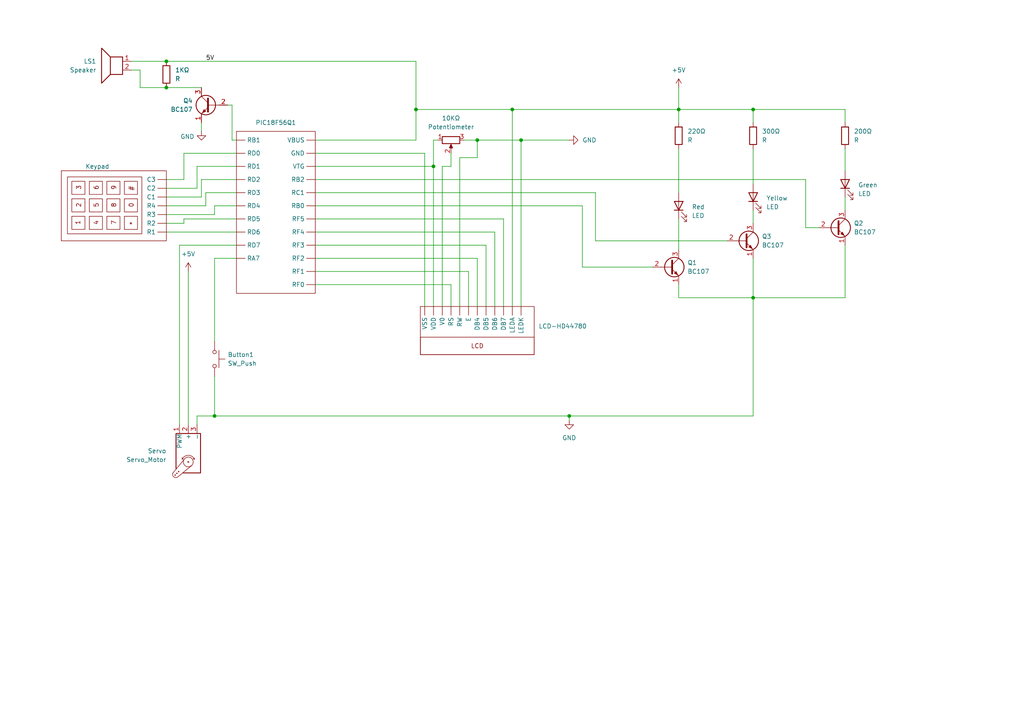
<source format=kicad_sch>
(kicad_sch (version 20250114) (generator "eeschema") (generator_version "9.0")
  (paper "A4")
  (title_block (title "EGR 227 - Final Lab") (date "2025-11-14") (rev "Version 1") (company "Tegran Grigorian"))
  (lib_symbols
    (symbol "Device:LED" (pin_numbers (hide yes)) (pin_names (offset 1.016) (hide yes))
      (property "Reference" "D" (at 0 2.54 0))
      (property "Value" "LED" (at 0 -2.54 0))
      (symbol "LED_0_1"
        (polyline (pts (xy -3.048 -0.762) (xy -4.572 -2.286) (xy -3.81 -2.286) (xy -4.572 -2.286) (xy -4.572 -1.524)))
        (polyline (pts (xy -1.778 -0.762) (xy -3.302 -2.286) (xy -2.54 -2.286) (xy -3.302 -2.286) (xy -3.302 -1.524)))
        (polyline (pts (xy -1.27 0) (xy 1.27 0)))
        (polyline (pts (xy -1.27 -1.27) (xy -1.27 1.27)) (stroke (width 0.254)))
        (polyline (pts (xy 1.27 -1.27) (xy 1.27 1.27) (xy -1.27 0) (xy 1.27 -1.27)) (stroke (width 0.254)))
      )
      (symbol "LED_1_1"
        (pin passive line (at -3.81 0 0) (length 2.54) (name "K") (number "1"))
        (pin passive line (at 3.81 0 180) (length 2.54) (name "A") (number "2"))
      )
    )
    (symbol "Device:R" (pin_numbers (hide yes)) (pin_names (offset 0))
      (property "Reference" "R" (at 2.032 0 90))
      (property "Value" "R" (at 0 0 90))
      (symbol "R_0_1"
        (rectangle (start -1.016 -2.54) (end 1.016 2.54) (stroke (width 0.254)))
      )
      (symbol "R_1_1"
        (pin passive line (at 0 3.81 270) (length 1.27) (name "~") (number "1"))
        (pin passive line (at 0 -3.81 90) (length 1.27) (name "~") (number "2"))
      )
    )
    (symbol "Device:R_Potentiometer" (pin_names (offset 1.016) (hide yes))
      (property "Reference" "RV" (at -4.445 0 90))
      (property "Value" "R_Potentiometer" (at -2.54 0 90))
      (symbol "R_Potentiometer_0_1"
        (rectangle (start 1.016 2.54) (end -1.016 -2.54) (stroke (width 0.254)))
        (polyline (pts (xy 1.143 0) (xy 2.286 0.508) (xy 2.286 -0.508) (xy 1.143 0)) (fill (type outline)))
        (polyline (pts (xy 2.54 0) (xy 1.524 0)))
      )
      (symbol "R_Potentiometer_1_1"
        (pin passive line (at 0 3.81 270) (length 1.27) (name "1") (number "1"))
        (pin passive line (at 0 -3.81 90) (length 1.27) (name "3") (number "3"))
        (pin passive line (at 3.81 0 180) (length 1.27) (name "2") (number "2"))
      )
    )
    (symbol "Device:Speaker" (pin_names (offset 0) (hide yes))
      (property "Reference" "LS" (at 1.27 5.715 0))
      (property "Value" "Speaker" (at 1.27 3.81 0))
      (symbol "Speaker_0_0"
        (rectangle (start -2.54 1.27) (end 1.016 -3.81) (stroke (width 0.254)))
        (polyline (pts (xy 1.016 1.27) (xy 3.556 3.81) (xy 3.556 -6.35) (xy 1.016 -3.81)) (stroke (width 0.254)))
      )
      (symbol "Speaker_1_1"
        (pin input line (at -5.08 0 0) (length 2.54) (name "1") (number "1"))
        (pin input line (at -5.08 -2.54 0) (length 2.54) (name "2") (number "2"))
      )
    )
    (symbol "LCD:HD44780"
      (property "Reference" "U" (at 0 0 0))
      (symbol "HD44780_0_1"
        (rectangle (start -13.97 10.16) (end 19.05 -3.81))
      )
      (symbol "HD44780_1_1"
        (text_box "LCD" (at 19.05 -3.81 0) (size -33.02 5.08) (margins 1.016 1.016 1.016 1.016) (effects (font (size 1.27 1.27))))
        (pin output line (at -12.7 10.16 270) (length 2.54) (name "VSS") (number ""))
        (pin output line (at -10.16 10.16 270) (length 2.54) (name "VDD") (number ""))
        (pin output line (at -7.62 10.16 270) (length 2.54) (name "V0") (number ""))
        (pin output line (at -5.08 10.16 270) (length 2.54) (name "RS") (number ""))
        (pin output line (at -2.54 10.16 270) (length 2.54) (name "RW") (number ""))
        (pin output line (at 0 10.16 270) (length 2.54) (name "E") (number ""))
        (pin output line (at 2.54 10.16 270) (length 2.54) (name "DB4") (number ""))
        (pin output line (at 5.08 10.16 270) (length 2.54) (name "DB5") (number ""))
        (pin output line (at 7.62 10.16 270) (length 2.54) (name "DB6") (number ""))
        (pin output line (at 10.16 10.16 270) (length 2.54) (name "DB7") (number ""))
        (pin output line (at 12.7 10.16 270) (length 2.54) (name "LEDA") (number ""))
        (pin output line (at 15.24 10.16 270) (length 2.54) (name "LEDK") (number ""))
      )
    )
    (symbol "LCD:PIC"
      (property "Reference" "PIC18F56Q71" (at 0 27.178 0))
      (symbol "PIC_0_1"
        (rectangle (start -11.43 25.4) (end 11.43 -21.59))
      )
      (symbol "PIC_1_1"
        (pin output line (at -11.43 22.86 0) (length 2.54) (name "RB1") (number ""))
        (pin output line (at -11.43 19.05 0) (length 2.54) (name "RD0") (number ""))
        (pin output line (at -11.43 15.24 0) (length 2.54) (name "RD1") (number ""))
        (pin output line (at -11.43 11.43 0) (length 2.54) (name "RD2") (number ""))
        (pin output line (at -11.43 7.62 0) (length 2.54) (name "RD3") (number ""))
        (pin output line (at -11.43 3.81 0) (length 2.54) (name "RD4") (number ""))
        (pin output line (at -11.43 0 0) (length 2.54) (name "RD5") (number ""))
        (pin output line (at -11.43 -3.81 0) (length 2.54) (name "RD6") (number ""))
        (pin output line (at -11.43 -7.62 0) (length 2.54) (name "RD7") (number ""))
        (pin output line (at -11.43 -11.43 0) (length 2.54) (name "RA7") (number ""))
        (pin output line (at 11.43 22.86 180) (length 2.54) (name "VBUS") (number ""))
        (pin output line (at 11.43 19.05 180) (length 2.54) (name "GND") (number ""))
        (pin output line (at 11.43 15.24 180) (length 2.54) (name "VTG") (number ""))
        (pin output line (at 11.43 11.43 180) (length 2.54) (name "RB2") (number ""))
        (pin output line (at 11.43 7.62 180) (length 2.54) (name "RC1") (number ""))
        (pin output line (at 11.43 3.81 180) (length 2.54) (name "RB0") (number ""))
        (pin output line (at 11.43 0 180) (length 2.54) (name "RF5") (number ""))
        (pin output line (at 11.43 -3.81 180) (length 2.54) (name "RF4") (number ""))
        (pin output line (at 11.43 -7.62 180) (length 2.54) (name "RF3") (number ""))
        (pin output line (at 11.43 -11.43 180) (length 2.54) (name "RF2") (number ""))
        (pin output line (at 11.43 -15.24 180) (length 2.54) (name "RF1") (number ""))
        (pin output line (at 11.43 -19.05 180) (length 2.54) (name "RF0") (number ""))
      )
    )
    (symbol "Motor:Motor_Servo" (pin_names (offset 0.0254))
      (property "Reference" "M" (at -5.08 4.445 0))
      (property "Value" "Motor_Servo" (at -5.08 -4.064 0))
      (symbol "Motor_Servo_0_1"
        (polyline (pts (xy 2.413 1.778) (xy 1.905 1.778)))
        (polyline (pts (xy 2.413 1.778) (xy 2.286 1.397)))
        (polyline (pts (xy 2.413 -1.778) (xy 2.032 -1.778)))
        (polyline (pts (xy 2.413 -1.778) (xy 2.286 -1.397)))
        (arc (start 2.413 -1.778) (mid 1.2406 0) (end 2.413 1.778))
        (circle (center 3.175 0) (radius 0.1778))
        (circle (center 3.175 0) (radius 1.4224))
        (polyline (pts (xy 5.08 3.556) (xy -5.08 3.556) (xy -5.08 -3.556) (xy 6.35 -3.556) (xy 6.35 1.524)) (stroke (width 0.254)))
        (circle (center 5.969 2.794) (radius 0.127))
        (polyline (pts (xy 6.35 4.445) (xy 2.54 1.27)))
        (circle (center 6.477 3.302) (radius 0.127))
        (arc (start 6.35 4.445) (mid 7.4487 4.2737) (end 7.62 3.175))
        (circle (center 6.985 3.81) (radius 0.127))
        (polyline (pts (xy 7.62 3.175) (xy 4.191 -1.016)))
      )
      (symbol "Motor_Servo_1_1"
        (pin passive line (at -7.62 2.54 0) (length 2.54) (name "PWM") (number "1"))
        (pin passive line (at -7.62 0 0) (length 2.54) (name "+") (number "2"))
        (pin passive line (at -7.62 -2.54 0) (length 2.54) (name "-") (number "3"))
      )
    )
    (symbol "Switch:SW_Push" (pin_numbers (hide yes)) (pin_names (offset 1.016) (hide yes))
      (property "Reference" "SW" (at 1.27 2.54 0))
      (property "Value" "SW_Push" (at 0 -1.524 0))
      (symbol "SW_Push_0_1"
        (circle (center -2.032 0) (radius 0.508))
        (polyline (pts (xy 0 1.27) (xy 0 3.048)))
        (circle (center 2.032 0) (radius 0.508))
        (polyline (pts (xy 2.54 1.27) (xy -2.54 1.27)))
        (pin passive line (at -5.08 0 0) (length 2.54) (name "1") (number "1"))
        (pin passive line (at 5.08 0 180) (length 2.54) (name "2") (number "2"))
      )
    )
    (symbol "Transistor_BJT:BC107" (pin_names (offset 0) (hide yes))
      (property "Reference" "Q" (at 5.08 1.905 0))
      (property "Value" "BC107" (at 5.08 0 0))
      (symbol "BC107_0_1"
        (polyline (pts (xy -2.54 0) (xy 0.635 0)))
        (polyline (pts (xy 0.635 1.905) (xy 0.635 -1.905)) (stroke (width 0.508)))
        (circle (center 1.27 0) (radius 2.8194) (stroke (width 0.254)))
      )
      (symbol "BC107_1_1"
        (polyline (pts (xy 0.635 0.635) (xy 2.54 2.54)))
        (polyline (pts (xy 0.635 -0.635) (xy 2.54 -2.54)))
        (polyline (pts (xy 1.27 -1.778) (xy 1.778 -1.27) (xy 2.286 -2.286) (xy 1.27 -1.778)) (fill (type outline)))
        (pin input line (at -5.08 0 0) (length 2.54) (name "B") (number "2"))
        (pin passive line (at 2.54 5.08 270) (length 2.54) (name "C") (number "3"))
        (pin passive line (at 2.54 -5.08 90) (length 2.54) (name "E") (number "1"))
      )
    )
    (symbol "keypad:keypad_microcontroller"
      (property "Reference" "U" (at 0 7.366 0))
      (symbol "keypad_microcontroller_0_1"
        (rectangle (start -8.89 8.89) (end 11.43 -21.59))
        (rectangle (start -6.858 7.112) (end 9.652 -14.478))
        (rectangle (start -5.588 5.842) (end -1.778 2.032))
        (rectangle (start -5.588 0.762) (end -1.778 -3.048))
        (rectangle (start -5.588 -4.318) (end -1.778 -8.128))
        (rectangle (start -5.588 -9.398) (end -1.778 -13.208))
        (rectangle (start -0.508 5.842) (end 3.302 2.032))
        (rectangle (start -0.508 0.762) (end 3.302 -3.048))
        (rectangle (start -0.508 -4.318) (end 3.302 -8.128))
        (rectangle (start -0.508 -9.398) (end 3.302 -13.208))
        (rectangle (start 4.572 5.842) (end 8.382 2.032))
        (rectangle (start 4.572 0.762) (end 8.382 -3.048))
        (rectangle (start 4.572 -4.318) (end 8.382 -8.128))
        (rectangle (start 4.572 -9.398) (end 8.382 -13.208))
      )
      (symbol "keypad_microcontroller_1_1"
        (text "*" (at -3.81 -11.684 0) (effects (font (size 1.27 1.27))))
        (text "1" (at -3.556 4.064 0) (effects (font (size 1.27 1.27))))
        (text "4" (at -3.556 -1.27 0) (effects (font (size 1.27 1.27))))
        (text "7\n" (at -3.556 -6.35 0) (effects (font (size 1.27 1.27))))
        (text "2" (at 1.524 3.81 0) (effects (font (size 1.27 1.27))))
        (text "5" (at 1.524 -1.27 0) (effects (font (size 1.27 1.27))))
        (text "8" (at 1.524 -6.35 0) (effects (font (size 1.27 1.27))))
        (text "0\n" (at 1.524 -11.43 0) (effects (font (size 1.27 1.27))))
        (text "#" (at 6.35 -11.43 0) (effects (font (size 1.27 1.27))))
        (text "3" (at 6.604 3.81 0) (effects (font (size 1.27 1.27))))
        (text "6" (at 6.604 -1.27 0) (effects (font (size 1.27 1.27))))
        (text "9\n" (at 6.604 -6.35 0) (effects (font (size 1.27 1.27))))
        (pin output line (at -6.35 -21.59 90) (length 2.54) (name "R1") (number ""))
        (pin output line (at -3.81 -21.59 90) (length 2.54) (name "R2") (number ""))
        (pin output line (at -1.27 -21.59 90) (length 2.54) (name "R3") (number ""))
        (pin output line (at 1.27 -21.59 90) (length 2.54) (name "R4") (number ""))
        (pin output line (at 3.81 -21.59 90) (length 2.54) (name "C1") (number ""))
        (pin output line (at 6.35 -21.59 90) (length 2.54) (name "C2") (number ""))
        (pin output line (at 8.89 -21.59 90) (length 2.54) (name "C3") (number ""))
      )
    )
    (symbol "power:+5V" (power) (pin_numbers (hide yes)) (pin_names (offset 0) (hide yes))
      (property "Value" "+5V" (at 0 3.556 0))
      (symbol "+5V_0_1"
        (polyline (pts (xy -0.762 1.27) (xy 0 2.54)))
        (polyline (pts (xy 0 2.54) (xy 0.762 1.27)))
        (polyline (pts (xy 0 0) (xy 0 2.54)))
      )
      (symbol "+5V_1_1"
        (pin power_in line (at 0 0 90) (length 0) (name "~") (number "1"))
      )
    )
    (symbol "power:GND" (power) (pin_numbers (hide yes)) (pin_names (offset 0) (hide yes))
      (property "Value" "GND" (at 0 -3.81 0))
      (symbol "GND_0_1"
        (polyline (pts (xy 0 0) (xy 0 -1.27) (xy 1.27 -1.27) (xy 0 -2.54) (xy -1.27 -1.27) (xy 0 -1.27)))
      )
      (symbol "GND_1_1"
        (pin power_in line (at 0 0 270) (length 0) (name "~") (number "1"))
      )
    )
  )
  (junction (at 138.43 40.64))
  (junction (at 218.44 31.75))
  (junction (at 125.73 48.26))
  (junction (at 48.26 25.4))
  (junction (at 196.85 31.75))
  (junction (at 165.1 120.65))
  (junction (at 48.26 17.78))
  (junction (at 218.44 86.36))
  (junction (at 151.13 40.64))
  (junction (at 120.65 31.75))
  (junction (at 148.59 31.75))
  (junction (at 62.23 120.65))
  (wire (pts (xy 67.31 30.48) (xy 67.31 40.64)))
  (wire (pts (xy 151.13 40.64) (xy 165.1 40.64)))
  (wire (pts (xy 130.81 48.26) (xy 130.81 44.45)))
  (wire (pts (xy 148.59 31.75) (xy 196.85 31.75)))
  (wire (pts (xy 48.26 57.15) (xy 58.42 57.15)))
  (wire (pts (xy 57.15 48.26) (xy 68.58 48.26)))
  (wire (pts (xy 218.44 43.18) (xy 218.44 53.34)))
  (wire (pts (xy 48.26 67.31) (xy 68.58 67.31)))
  (wire (pts (xy 138.43 45.72) (xy 138.43 40.64)))
  (wire (pts (xy 54.61 78.74) (xy 54.61 123.19)))
  (wire (pts (xy 53.34 52.07) (xy 53.34 44.45)))
  (wire (pts (xy 218.44 86.36) (xy 218.44 120.65)))
  (wire (pts (xy 58.42 52.07) (xy 68.58 52.07)))
  (wire (pts (xy 38.1 20.32) (xy 40.64 20.32)))
  (wire (pts (xy 91.44 40.64) (xy 120.65 40.64)))
  (wire (pts (xy 218.44 31.75) (xy 245.11 31.75)))
  (wire (pts (xy 120.65 31.75) (xy 120.65 17.78)))
  (wire (pts (xy 245.11 86.36) (xy 218.44 86.36)))
  (wire (pts (xy 91.44 52.07) (xy 233.68 52.07)))
  (wire (pts (xy 133.35 88.9) (xy 133.35 45.72)))
  (wire (pts (xy 62.23 74.93) (xy 62.23 99.06)))
  (wire (pts (xy 62.23 59.69) (xy 68.58 59.69)))
  (wire (pts (xy 91.44 78.74) (xy 135.89 78.74)))
  (wire (pts (xy 57.15 54.61) (xy 57.15 48.26)))
  (wire (pts (xy 218.44 60.96) (xy 218.44 64.77)))
  (wire (pts (xy 130.81 82.55) (xy 91.44 82.55)))
  (wire (pts (xy 52.07 123.19) (xy 52.07 71.12)))
  (wire (pts (xy 143.51 88.9) (xy 143.51 67.31)))
  (wire (pts (xy 133.35 45.72) (xy 138.43 45.72)))
  (wire (pts (xy 125.73 40.64) (xy 125.73 48.26)))
  (wire (pts (xy 48.26 59.69) (xy 59.69 59.69)))
  (wire (pts (xy 134.62 40.64) (xy 138.43 40.64)))
  (wire (pts (xy 125.73 48.26) (xy 125.73 88.9)))
  (wire (pts (xy 245.11 31.75) (xy 245.11 35.56)))
  (wire (pts (xy 53.34 44.45) (xy 68.58 44.45)))
  (wire (pts (xy 68.58 74.93) (xy 62.23 74.93)))
  (wire (pts (xy 138.43 88.9) (xy 138.43 74.93)))
  (wire (pts (xy 140.97 71.12) (xy 140.97 88.9)))
  (wire (pts (xy 48.26 25.4) (xy 58.42 25.4)))
  (wire (pts (xy 62.23 120.65) (xy 62.23 109.22)))
  (wire (pts (xy 53.34 63.5) (xy 53.34 64.77)))
  (wire (pts (xy 53.34 64.77) (xy 48.26 64.77)))
  (wire (pts (xy 196.85 63.5) (xy 196.85 72.39)))
  (wire (pts (xy 58.42 35.56) (xy 58.42 38.1)))
  (wire (pts (xy 245.11 57.15) (xy 245.11 60.96)))
  (wire (pts (xy 125.73 40.64) (xy 127 40.64)))
  (wire (pts (xy 91.44 48.26) (xy 125.73 48.26)))
  (wire (pts (xy 165.1 120.65) (xy 165.1 121.92)))
  (wire (pts (xy 52.07 71.12) (xy 68.58 71.12)))
  (wire (pts (xy 123.19 44.45) (xy 91.44 44.45)))
  (wire (pts (xy 196.85 43.18) (xy 196.85 55.88)))
  (wire (pts (xy 245.11 71.12) (xy 245.11 86.36)))
  (wire (pts (xy 135.89 78.74) (xy 135.89 88.9)))
  (wire (pts (xy 128.27 48.26) (xy 128.27 88.9)))
  (wire (pts (xy 168.91 77.47) (xy 168.91 59.69)))
  (wire (pts (xy 233.68 66.04) (xy 237.49 66.04)))
  (wire (pts (xy 130.81 88.9) (xy 130.81 82.55)))
  (wire (pts (xy 196.85 31.75) (xy 218.44 31.75)))
  (wire (pts (xy 168.91 59.69) (xy 91.44 59.69)))
  (wire (pts (xy 58.42 57.15) (xy 58.42 52.07)))
  (wire (pts (xy 233.68 52.07) (xy 233.68 66.04)))
  (wire (pts (xy 40.64 20.32) (xy 40.64 25.4)))
  (wire (pts (xy 62.23 62.23) (xy 62.23 59.69)))
  (wire (pts (xy 120.65 17.78) (xy 48.26 17.78)))
  (wire (pts (xy 59.69 55.88) (xy 68.58 55.88)))
  (wire (pts (xy 48.26 62.23) (xy 62.23 62.23)))
  (wire (pts (xy 57.15 120.65) (xy 62.23 120.65)))
  (wire (pts (xy 130.81 48.26) (xy 128.27 48.26)))
  (wire (pts (xy 57.15 123.19) (xy 57.15 120.65)))
  (wire (pts (xy 91.44 55.88) (xy 172.72 55.88)))
  (wire (pts (xy 165.1 120.65) (xy 218.44 120.65)))
  (wire (pts (xy 168.91 77.47) (xy 189.23 77.47)))
  (wire (pts (xy 138.43 74.93) (xy 91.44 74.93)))
  (wire (pts (xy 48.26 54.61) (xy 57.15 54.61)))
  (wire (pts (xy 148.59 31.75) (xy 148.59 88.9)))
  (wire (pts (xy 59.69 59.69) (xy 59.69 55.88)))
  (wire (pts (xy 62.23 120.65) (xy 165.1 120.65)))
  (wire (pts (xy 245.11 43.18) (xy 245.11 49.53)))
  (wire (pts (xy 218.44 74.93) (xy 218.44 86.36)))
  (wire (pts (xy 210.82 69.85) (xy 172.72 69.85)))
  (wire (pts (xy 146.05 63.5) (xy 146.05 88.9)))
  (wire (pts (xy 68.58 63.5) (xy 53.34 63.5)))
  (wire (pts (xy 38.1 17.78) (xy 48.26 17.78)))
  (wire (pts (xy 172.72 55.88) (xy 172.72 69.85)))
  (wire (pts (xy 67.31 40.64) (xy 68.58 40.64)))
  (wire (pts (xy 143.51 67.31) (xy 91.44 67.31)))
  (wire (pts (xy 48.26 52.07) (xy 53.34 52.07)))
  (wire (pts (xy 120.65 31.75) (xy 120.65 40.64)))
  (wire (pts (xy 138.43 40.64) (xy 151.13 40.64)))
  (wire (pts (xy 196.85 31.75) (xy 196.85 35.56)))
  (wire (pts (xy 91.44 63.5) (xy 146.05 63.5)))
  (wire (pts (xy 196.85 82.55) (xy 196.85 86.36)))
  (wire (pts (xy 123.19 88.9) (xy 123.19 44.45)))
  (wire (pts (xy 148.59 31.75) (xy 120.65 31.75)))
  (wire (pts (xy 196.85 25.4) (xy 196.85 31.75)))
  (wire (pts (xy 40.64 25.4) (xy 48.26 25.4)))
  (wire (pts (xy 67.31 30.48) (xy 66.04 30.48)))
  (wire (pts (xy 196.85 86.36) (xy 218.44 86.36)))
  (wire (pts (xy 151.13 40.64) (xy 151.13 88.9)))
  (wire (pts (xy 218.44 31.75) (xy 218.44 35.56)))
  (wire (pts (xy 91.44 71.12) (xy 140.97 71.12)))
  (label "5V" (at 59.69 17.78 0))
  (symbol (lib_id "LCD:HD44780") (at 135.89 99.06 0) (unit 1)
    (property "Reference" "LCD-HD44780" (at 156.21 94.6149 0) (effects (justify left)))
  )
  (symbol (lib_id "Device:LED") (at 196.85 59.69 90) (unit 1)
    (property "Reference" "Red" (at 200.66 60.0074 90) (effects (justify right)))
    (property "Value" "LED" (at 200.66 62.5474 90) (effects (justify right)))
    (property "Description" "Light emitting diode" (effects (hide yes)))
    (property "Sim.Pins" "1=K 2=A" (effects (hide yes)))
  )
  (symbol (lib_id "power:+5V") (at 54.61 78.74 0) (unit 1)
    (property "Reference" "#PWR04" (effects (hide yes)))
    (property "Value" "+5V" (at 54.61 73.66 0))
    (property "Description" "Power symbol creates a global label with name \"+5V\"" (effects (hide yes)))
  )
  (symbol (lib_id "Device:R") (at 245.11 39.37 0) (unit 1)
    (property "Reference" "200Ω" (at 247.65 38.0999 0) (effects (justify left)))
    (property "Value" "R" (at 247.65 40.6399 0) (effects (justify left)))
    (property "Description" "Resistor" (effects (hide yes)))
  )
  (symbol (lib_id "Transistor_BJT:BC107") (at 194.31 77.47 0) (unit 1)
    (property "Reference" "Q1" (at 199.39 76.1999 0) (effects (justify left)))
    (property "Value" "BC107" (at 199.39 78.7399 0) (effects (justify left)))
    (property "Footprint" "Package_TO_SOT_THT:TO-18-3" (effects (hide yes)))
    (property "Datasheet" "http://www.b-kainka.de/Daten/Transistor/BC108.pdf" (effects (hide yes)))
    (property "Description" "0.1A Ic, 50V Vce, Low Noise General Purpose NPN Transistor, TO-18" (effects (hide yes)))
  )
  (symbol (lib_id "Device:LED") (at 218.44 57.15 90) (unit 1)
    (property "Reference" "Yellow" (at 222.25 57.4674 90) (effects (justify right)))
    (property "Value" "LED" (at 222.25 60.0074 90) (effects (justify right)))
    (property "Description" "Light emitting diode" (effects (hide yes)))
    (property "Sim.Pins" "1=K 2=A" (effects (hide yes)))
  )
  (symbol (lib_id "Transistor_BJT:BC107") (at 60.96 30.48 0) (mirror y) (unit 1)
    (property "Reference" "Q4" (at 55.88 29.2099 0) (effects (justify left)))
    (property "Value" "BC107" (at 55.88 31.7499 0) (effects (justify left)))
    (property "Footprint" "Package_TO_SOT_THT:TO-18-3" (effects (hide yes)))
    (property "Datasheet" "http://www.b-kainka.de/Daten/Transistor/BC108.pdf" (effects (hide yes)))
    (property "Description" "0.1A Ic, 50V Vce, Low Noise General Purpose NPN Transistor, TO-18" (effects (hide yes)))
  )
  (symbol (lib_id "keypad:keypad_microcontroller") (at 26.67 60.96 90) (unit 1)
    (property "Reference" "Keypad" (at 31.7499 48.26 90) (effects (justify left)))
  )
  (symbol (lib_id "Motor:Motor_Servo") (at 54.61 130.81 90) (mirror x) (unit 1)
    (property "Reference" "Servo" (at 48.26 130.796 90) (effects (justify left)))
    (property "Value" "Servo_Motor" (at 48.26 133.336 90) (effects (justify left)))
    (property "Datasheet" "http://forums.parallax.com/uploads/attachments/46831/74481.png" (effects (hide yes)))
    (property "Description" "Servo Motor (Futaba, HiTec, JR connector)" (effects (hide yes)))
  )
  (symbol (lib_id "Transistor_BJT:BC107") (at 215.9 69.85 0) (unit 1)
    (property "Reference" "Q3" (at 220.98 68.5799 0) (effects (justify left)))
    (property "Value" "BC107" (at 220.98 71.1199 0) (effects (justify left)))
    (property "Footprint" "Package_TO_SOT_THT:TO-18-3" (effects (hide yes)))
    (property "Datasheet" "http://www.b-kainka.de/Daten/Transistor/BC108.pdf" (effects (hide yes)))
    (property "Description" "0.1A Ic, 50V Vce, Low Noise General Purpose NPN Transistor, TO-18" (effects (hide yes)))
  )
  (symbol (lib_id "Device:R_Potentiometer") (at 130.81 40.64 90) (mirror x) (unit 1)
    (property "Reference" "10KΩ" (at 130.81 34.29 90))
    (property "Value" "Potentiometer" (at 130.81 36.83 90))
    (property "Description" "Potentiometer" (effects (hide yes)))
  )
  (symbol (lib_id "Switch:SW_Push") (at 62.23 104.14 270) (unit 1)
    (property "Reference" "Button1" (at 66.04 102.8699 90) (effects (justify left)))
    (property "Value" "SW_Push" (at 66.04 105.4099 90) (effects (justify left)))
    (property "Description" "Push button switch, generic, two pins" (effects (hide yes)))
  )
  (symbol (lib_id "power:GND") (at 58.42 38.1 0) (unit 1)
    (property "Reference" "#PWR05" (effects (hide yes)))
    (property "Value" "GND" (at 54.356 39.624 0))
    (property "Description" "Power symbol creates a global label with name \"GND\" , ground" (effects (hide yes)))
  )
  (symbol (lib_id "power:+5V") (at 196.85 25.4 0) (unit 1)
    (property "Reference" "#PWR03" (effects (hide yes)))
    (property "Value" "+5V" (at 196.85 20.32 0))
    (property "Description" "Power symbol creates a global label with name \"+5V\"" (effects (hide yes)))
  )
  (symbol (lib_id "Device:R") (at 196.85 39.37 0) (unit 1)
    (property "Reference" "220Ω" (at 199.39 38.0999 0) (effects (justify left)))
    (property "Value" "R" (at 199.39 40.6399 0) (effects (justify left)))
    (property "Description" "Resistor" (effects (hide yes)))
  )
  (symbol (lib_id "LCD:PIC") (at 80.01 63.5 0) (unit 1)
    (property "Reference" "PIC18F56Q1" (at 80.01 35.56 0))
  )
  (symbol (lib_id "Transistor_BJT:BC107") (at 242.57 66.04 0) (unit 1)
    (property "Reference" "Q2" (at 247.65 64.7699 0) (effects (justify left)))
    (property "Value" "BC107" (at 247.65 67.3099 0) (effects (justify left)))
    (property "Footprint" "Package_TO_SOT_THT:TO-18-3" (effects (hide yes)))
    (property "Datasheet" "http://www.b-kainka.de/Daten/Transistor/BC108.pdf" (effects (hide yes)))
    (property "Description" "0.1A Ic, 50V Vce, Low Noise General Purpose NPN Transistor, TO-18" (effects (hide yes)))
  )
  (symbol (lib_id "Device:R") (at 48.26 21.59 0) (unit 1)
    (property "Reference" "1KΩ" (at 50.8 20.3199 0) (effects (justify left)))
    (property "Value" "R" (at 50.8 22.8599 0) (effects (justify left)))
    (property "Description" "Resistor" (effects (hide yes)))
  )
  (symbol (lib_id "Device:LED") (at 245.11 53.34 90) (unit 1)
    (property "Reference" "Green" (at 248.92 53.6574 90) (effects (justify right)))
    (property "Value" "LED" (at 248.92 56.1974 90) (effects (justify right)))
    (property "Description" "Light emitting diode" (effects (hide yes)))
    (property "Sim.Pins" "1=K 2=A" (effects (hide yes)))
  )
  (symbol (lib_id "power:GND") (at 165.1 40.64 90) (unit 1)
    (property "Reference" "#PWR01" (effects (hide yes)))
    (property "Value" "GND" (at 168.91 40.6399 90) (effects (justify right)))
    (property "Description" "Power symbol creates a global label with name \"GND\" , ground" (effects (hide yes)))
  )
  (symbol (lib_id "power:GND") (at 165.1 121.92 0) (unit 1)
    (property "Reference" "#PWR02" (effects (hide yes)))
    (property "Value" "GND" (at 165.1 127 0))
    (property "Description" "Power symbol creates a global label with name \"GND\" , ground" (effects (hide yes)))
  )
  (symbol (lib_id "Device:R") (at 218.44 39.37 0) (unit 1)
    (property "Reference" "300Ω" (at 220.98 38.0999 0) (effects (justify left)))
    (property "Value" "R" (at 220.98 40.6399 0) (effects (justify left)))
    (property "Description" "Resistor" (effects (hide yes)))
  )
  (symbol (lib_id "Device:Speaker") (at 33.02 17.78 0) (mirror y) (unit 1)
    (property "Reference" "LS1" (at 27.94 17.7799 0) (effects (justify left)))
    (property "Value" "Speaker" (at 27.94 20.3199 0) (effects (justify left)))
    (property "Description" "Speaker" (effects (hide yes)))
  )
)
</source>
